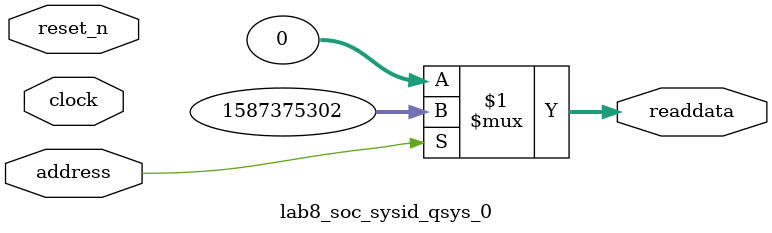
<source format=v>



// synthesis translate_off
`timescale 1ns / 1ps
// synthesis translate_on

// turn off superfluous verilog processor warnings 
// altera message_level Level1 
// altera message_off 10034 10035 10036 10037 10230 10240 10030 

module lab8_soc_sysid_qsys_0 (
               // inputs:
                address,
                clock,
                reset_n,

               // outputs:
                readdata
             )
;

  output  [ 31: 0] readdata;
  input            address;
  input            clock;
  input            reset_n;

  wire    [ 31: 0] readdata;
  //control_slave, which is an e_avalon_slave
  assign readdata = address ? 1587375302 : 0;

endmodule



</source>
